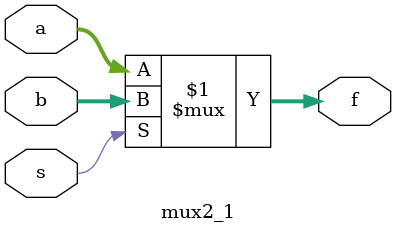
<source format=sv>
`timescale 1ns / 1ps


module mux2_1 #(parameter width = 4)(
      output [width-1:0] f,
      input s,
      input  [width-1:0] a,
      input  [width-1:0] b
    );
    assign f = s ? b : a;//if s ==0 then f = a else if s == 1 then f = b
endmodule

</source>
